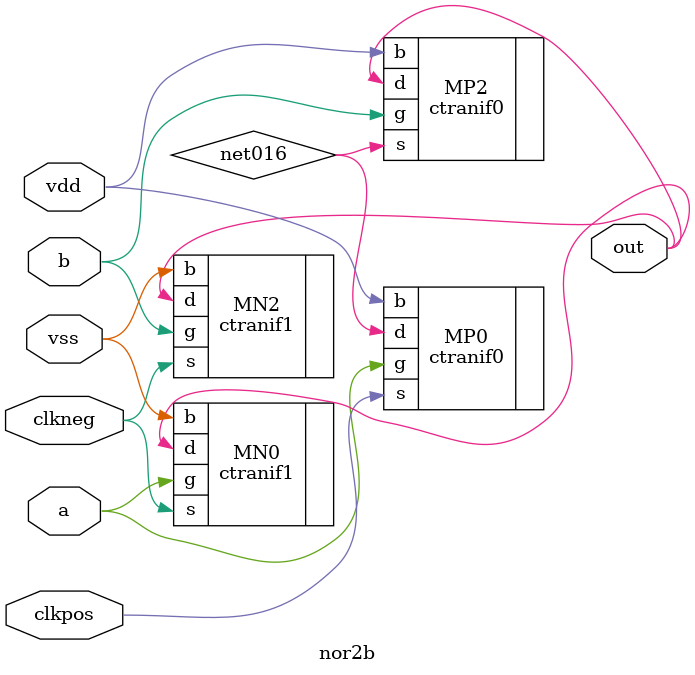
<source format=sv>
`timescale 1ns / 1ns 

module nor2b ( out, a, b, clkneg, clkpos, vdd, vss );

output  out;

input  a, b, clkneg, clkpos, vdd, vss;


specify 
    specparam CDS_LIBNAME  = "MIPS25";
    specparam CDS_CELLNAME = "nor2b";
    specparam CDS_VIEWNAME = "schematic";
endspecify

ctranif1  MN2 ( .b(vss), .d(out), .g(b), .s(clkneg));
ctranif1  MN0 ( .b(vss), .d(out), .g(a), .s(clkneg));
ctranif0  MP2 ( .b(vdd), .s(net016), .g(b), .d(out));
ctranif0  MP0 ( .b(vdd), .s(clkpos), .g(a), .d(net016));

endmodule

</source>
